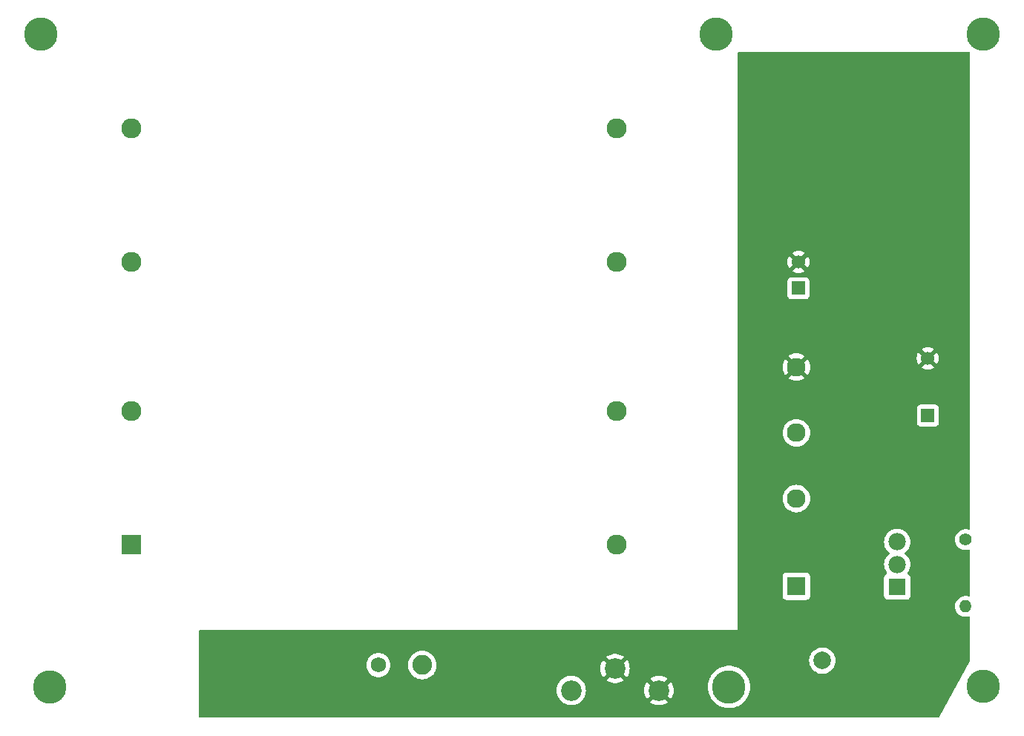
<source format=gbl>
G04 #@! TF.GenerationSoftware,KiCad,Pcbnew,8.0.3*
G04 #@! TF.CreationDate,2024-06-16T23:51:53-05:00*
G04 #@! TF.ProjectId,Linear Power Supply - Summer 2024,4c696e65-6172-4205-906f-776572205375,rev?*
G04 #@! TF.SameCoordinates,Original*
G04 #@! TF.FileFunction,Copper,L2,Bot*
G04 #@! TF.FilePolarity,Positive*
%FSLAX46Y46*%
G04 Gerber Fmt 4.6, Leading zero omitted, Abs format (unit mm)*
G04 Created by KiCad (PCBNEW 8.0.3) date 2024-06-16 23:51:53*
%MOMM*%
%LPD*%
G01*
G04 APERTURE LIST*
G04 #@! TA.AperFunction,ComponentPad*
%ADD10R,1.524000X1.524000*%
G04 #@! TD*
G04 #@! TA.AperFunction,ComponentPad*
%ADD11C,1.524000*%
G04 #@! TD*
G04 #@! TA.AperFunction,ComponentPad*
%ADD12C,1.980000*%
G04 #@! TD*
G04 #@! TA.AperFunction,ComponentPad*
%ADD13R,1.980000X1.980000*%
G04 #@! TD*
G04 #@! TA.AperFunction,ComponentPad*
%ADD14C,2.130000*%
G04 #@! TD*
G04 #@! TA.AperFunction,ComponentPad*
%ADD15R,2.130000X2.130000*%
G04 #@! TD*
G04 #@! TA.AperFunction,ComponentPad*
%ADD16C,3.800000*%
G04 #@! TD*
G04 #@! TA.AperFunction,ComponentPad*
%ADD17C,1.400000*%
G04 #@! TD*
G04 #@! TA.AperFunction,ComponentPad*
%ADD18O,1.400000X1.400000*%
G04 #@! TD*
G04 #@! TA.AperFunction,ComponentPad*
%ADD19C,2.340000*%
G04 #@! TD*
G04 #@! TA.AperFunction,ComponentPad*
%ADD20R,2.286000X2.286000*%
G04 #@! TD*
G04 #@! TA.AperFunction,ComponentPad*
%ADD21C,2.286000*%
G04 #@! TD*
G04 #@! TA.AperFunction,ViaPad*
%ADD22C,2.250000*%
G04 #@! TD*
G04 #@! TA.AperFunction,ViaPad*
%ADD23C,1.750000*%
G04 #@! TD*
G04 #@! TA.AperFunction,ViaPad*
%ADD24C,2.000000*%
G04 #@! TD*
G04 #@! TA.AperFunction,Conductor*
%ADD25C,0.200000*%
G04 #@! TD*
G04 APERTURE END LIST*
D10*
X204186000Y-100503700D03*
D11*
X204186000Y-94003700D03*
D10*
X189436000Y-86000000D03*
D11*
X189436000Y-83000000D03*
D12*
X200686000Y-114953700D03*
X200686000Y-117503700D03*
D13*
X200686000Y-120053700D03*
D14*
X189186000Y-95003700D03*
X189186000Y-102503700D03*
X189186000Y-110003700D03*
D15*
X189186000Y-120003700D03*
D16*
X104000000Y-131500000D03*
X210500000Y-57000000D03*
D17*
X208500000Y-114690000D03*
D18*
X208500000Y-122310000D03*
D19*
X173500000Y-131900000D03*
X168500000Y-129400000D03*
X163500000Y-131900000D03*
D16*
X103000000Y-57000000D03*
D20*
X113314000Y-115236300D03*
D21*
X113314000Y-99996300D03*
X113314000Y-67763700D03*
X113314000Y-83003700D03*
X168686000Y-115236300D03*
X168686000Y-99996300D03*
X168686000Y-67763700D03*
X168686000Y-83003700D03*
D16*
X181500000Y-131500000D03*
X210500000Y-131464466D03*
X180000000Y-57000000D03*
D22*
X136500000Y-129000000D03*
X146500000Y-129000000D03*
D23*
X141500000Y-129000000D03*
D22*
X151750000Y-129000000D03*
D24*
X192150000Y-128500000D03*
X201000000Y-128500000D03*
D25*
X189186000Y-120003700D02*
X188936000Y-120003700D01*
G04 #@! TA.AperFunction,Conductor*
G36*
X208943039Y-59019685D02*
G01*
X208988794Y-59072489D01*
X209000000Y-59124000D01*
X209000000Y-113415245D01*
X208980315Y-113482284D01*
X208927511Y-113528039D01*
X208858353Y-113537983D01*
X208831214Y-113530875D01*
X208829945Y-113530383D01*
X208817406Y-113528039D01*
X208611243Y-113489500D01*
X208388757Y-113489500D01*
X208170060Y-113530382D01*
X208150440Y-113537983D01*
X207962601Y-113610752D01*
X207962595Y-113610754D01*
X207773439Y-113727874D01*
X207773437Y-113727876D01*
X207609020Y-113877761D01*
X207474943Y-114055308D01*
X207474938Y-114055316D01*
X207375775Y-114254461D01*
X207375769Y-114254476D01*
X207314885Y-114468462D01*
X207314884Y-114468464D01*
X207294357Y-114689999D01*
X207294357Y-114690000D01*
X207314884Y-114911535D01*
X207314885Y-114911537D01*
X207375769Y-115125523D01*
X207375775Y-115125538D01*
X207474938Y-115324683D01*
X207474943Y-115324691D01*
X207609020Y-115502238D01*
X207773437Y-115652123D01*
X207773439Y-115652125D01*
X207962595Y-115769245D01*
X207962596Y-115769245D01*
X207962599Y-115769247D01*
X208170060Y-115849618D01*
X208388757Y-115890500D01*
X208388759Y-115890500D01*
X208611241Y-115890500D01*
X208611243Y-115890500D01*
X208829940Y-115849618D01*
X208831203Y-115849128D01*
X208831847Y-115849074D01*
X208835451Y-115848049D01*
X208835651Y-115848753D01*
X208900821Y-115843263D01*
X208962564Y-115875968D01*
X208996823Y-115936862D01*
X209000000Y-115964753D01*
X209000000Y-121035245D01*
X208980315Y-121102284D01*
X208927511Y-121148039D01*
X208858353Y-121157983D01*
X208831214Y-121150875D01*
X208829945Y-121150383D01*
X208817406Y-121148039D01*
X208611243Y-121109500D01*
X208388757Y-121109500D01*
X208170060Y-121150382D01*
X208038864Y-121201207D01*
X207962601Y-121230752D01*
X207962595Y-121230754D01*
X207773439Y-121347874D01*
X207773437Y-121347876D01*
X207609020Y-121497761D01*
X207474943Y-121675308D01*
X207474938Y-121675316D01*
X207375775Y-121874461D01*
X207375769Y-121874476D01*
X207314885Y-122088462D01*
X207314884Y-122088464D01*
X207294357Y-122309999D01*
X207294357Y-122310000D01*
X207314884Y-122531535D01*
X207314885Y-122531537D01*
X207375769Y-122745523D01*
X207375775Y-122745538D01*
X207474938Y-122944683D01*
X207474943Y-122944691D01*
X207609020Y-123122238D01*
X207773437Y-123272123D01*
X207773439Y-123272125D01*
X207962595Y-123389245D01*
X207962596Y-123389245D01*
X207962599Y-123389247D01*
X208170060Y-123469618D01*
X208388757Y-123510500D01*
X208388759Y-123510500D01*
X208611241Y-123510500D01*
X208611243Y-123510500D01*
X208829940Y-123469618D01*
X208831203Y-123469128D01*
X208831847Y-123469074D01*
X208835451Y-123468049D01*
X208835651Y-123468753D01*
X208900821Y-123463263D01*
X208962564Y-123495968D01*
X208996823Y-123556862D01*
X209000000Y-123584753D01*
X209000000Y-128468738D01*
X208985178Y-128527526D01*
X205535114Y-134934788D01*
X205485999Y-134984482D01*
X205425936Y-135000000D01*
X197000000Y-135000000D01*
X138000000Y-135000000D01*
X121124000Y-135000000D01*
X121056961Y-134980315D01*
X121011206Y-134927511D01*
X121000000Y-134876000D01*
X121000000Y-131899995D01*
X161824816Y-131899995D01*
X161824816Y-131900004D01*
X161843524Y-132149663D01*
X161843525Y-132149668D01*
X161899236Y-132393755D01*
X161899238Y-132393764D01*
X161899240Y-132393769D01*
X161990711Y-132626835D01*
X162115898Y-132843665D01*
X162241981Y-133001768D01*
X162272006Y-133039418D01*
X162387418Y-133146504D01*
X162455540Y-133209712D01*
X162662408Y-133350752D01*
X162662413Y-133350754D01*
X162662414Y-133350755D01*
X162662415Y-133350756D01*
X162782218Y-133408449D01*
X162887983Y-133459383D01*
X162887984Y-133459383D01*
X162887987Y-133459385D01*
X163127236Y-133533184D01*
X163127237Y-133533184D01*
X163127240Y-133533185D01*
X163374805Y-133570499D01*
X163374810Y-133570499D01*
X163374813Y-133570500D01*
X163374814Y-133570500D01*
X163625186Y-133570500D01*
X163625187Y-133570500D01*
X163625194Y-133570499D01*
X163872759Y-133533185D01*
X163872760Y-133533184D01*
X163872764Y-133533184D01*
X164112013Y-133459385D01*
X164337592Y-133350752D01*
X164544460Y-133209712D01*
X164727997Y-133039414D01*
X164884102Y-132843665D01*
X165009289Y-132626835D01*
X165100760Y-132393769D01*
X165156474Y-132149673D01*
X165160334Y-132098164D01*
X165175184Y-131900004D01*
X165175184Y-131899995D01*
X171825317Y-131899995D01*
X171825317Y-131900004D01*
X171844021Y-132149597D01*
X171844021Y-132149599D01*
X171899714Y-132393607D01*
X171899720Y-132393626D01*
X171991163Y-132626618D01*
X172116311Y-132843381D01*
X172116318Y-132843392D01*
X172154799Y-132891645D01*
X172154800Y-132891645D01*
X172898958Y-132147487D01*
X172923978Y-132207890D01*
X172995112Y-132314351D01*
X173085649Y-132404888D01*
X173192110Y-132476022D01*
X173252511Y-132501041D01*
X172508403Y-133245148D01*
X172662658Y-133350317D01*
X172662666Y-133350322D01*
X172888167Y-133458916D01*
X172888165Y-133458916D01*
X173127346Y-133532694D01*
X173127352Y-133532696D01*
X173374843Y-133569999D01*
X173374852Y-133570000D01*
X173625148Y-133570000D01*
X173625156Y-133569999D01*
X173872647Y-133532696D01*
X173872653Y-133532694D01*
X174111833Y-133458916D01*
X174337334Y-133350322D01*
X174337344Y-133350315D01*
X174491595Y-133245148D01*
X173747489Y-132501041D01*
X173807890Y-132476022D01*
X173914351Y-132404888D01*
X174004888Y-132314351D01*
X174076022Y-132207890D01*
X174101041Y-132147488D01*
X174845197Y-132891645D01*
X174845198Y-132891644D01*
X174883690Y-132843379D01*
X175008836Y-132626618D01*
X175100279Y-132393626D01*
X175100285Y-132393607D01*
X175155978Y-132149599D01*
X175155978Y-132149597D01*
X175174683Y-131900004D01*
X175174683Y-131899995D01*
X175155978Y-131650402D01*
X175155978Y-131650400D01*
X175121649Y-131499994D01*
X179094754Y-131499994D01*
X179094754Y-131500005D01*
X179113718Y-131801446D01*
X179113719Y-131801453D01*
X179170320Y-132098164D01*
X179263659Y-132385431D01*
X179263661Y-132385436D01*
X179392265Y-132658732D01*
X179392268Y-132658738D01*
X179554111Y-132913763D01*
X179554114Y-132913767D01*
X179554115Y-132913768D01*
X179746651Y-133146504D01*
X179963694Y-133350322D01*
X179966836Y-133353272D01*
X179966846Y-133353280D01*
X180211193Y-133530808D01*
X180211198Y-133530810D01*
X180211205Y-133530816D01*
X180475896Y-133676332D01*
X180475901Y-133676334D01*
X180475903Y-133676335D01*
X180475904Y-133676336D01*
X180756734Y-133787524D01*
X180756737Y-133787525D01*
X180854259Y-133812564D01*
X181049302Y-133862642D01*
X181196039Y-133881179D01*
X181348963Y-133900499D01*
X181348969Y-133900499D01*
X181348973Y-133900500D01*
X181348975Y-133900500D01*
X181651025Y-133900500D01*
X181651027Y-133900500D01*
X181651032Y-133900499D01*
X181651036Y-133900499D01*
X181730591Y-133890448D01*
X181950698Y-133862642D01*
X182243262Y-133787525D01*
X182333011Y-133751991D01*
X182524095Y-133676336D01*
X182524096Y-133676335D01*
X182524094Y-133676335D01*
X182524104Y-133676332D01*
X182788795Y-133530816D01*
X183033162Y-133353274D01*
X183253349Y-133146504D01*
X183445885Y-132913768D01*
X183607733Y-132658736D01*
X183736341Y-132385430D01*
X183829681Y-132098160D01*
X183886280Y-131801457D01*
X183895788Y-131650331D01*
X183905246Y-131500005D01*
X183905246Y-131499994D01*
X183886281Y-131198553D01*
X183886280Y-131198546D01*
X183886280Y-131198543D01*
X183829681Y-130901840D01*
X183736341Y-130614570D01*
X183734403Y-130610452D01*
X183660222Y-130452809D01*
X183607733Y-130341264D01*
X183489822Y-130155466D01*
X183445888Y-130086236D01*
X183445885Y-130086232D01*
X183253349Y-129853496D01*
X183033162Y-129646726D01*
X183033159Y-129646724D01*
X183033153Y-129646719D01*
X182788806Y-129469191D01*
X182788799Y-129469186D01*
X182788795Y-129469184D01*
X182524104Y-129323668D01*
X182524101Y-129323666D01*
X182524096Y-129323664D01*
X182524095Y-129323663D01*
X182243265Y-129212475D01*
X182243262Y-129212474D01*
X181950695Y-129137357D01*
X181651036Y-129099500D01*
X181651027Y-129099500D01*
X181348973Y-129099500D01*
X181348963Y-129099500D01*
X181049304Y-129137357D01*
X180756737Y-129212474D01*
X180756734Y-129212475D01*
X180475904Y-129323663D01*
X180475903Y-129323664D01*
X180211205Y-129469184D01*
X180211193Y-129469191D01*
X179966846Y-129646719D01*
X179966836Y-129646727D01*
X179746652Y-129853494D01*
X179554111Y-130086236D01*
X179392268Y-130341261D01*
X179392265Y-130341267D01*
X179263661Y-130614563D01*
X179263659Y-130614568D01*
X179170320Y-130901835D01*
X179113719Y-131198546D01*
X179113718Y-131198553D01*
X179094754Y-131499994D01*
X175121649Y-131499994D01*
X175100285Y-131406392D01*
X175100279Y-131406373D01*
X175008836Y-131173381D01*
X174883688Y-130956618D01*
X174883681Y-130956607D01*
X174845199Y-130908354D01*
X174845198Y-130908353D01*
X174101041Y-131652510D01*
X174076022Y-131592110D01*
X174004888Y-131485649D01*
X173914351Y-131395112D01*
X173807890Y-131323978D01*
X173747488Y-131298958D01*
X174491595Y-130554850D01*
X174337335Y-130449678D01*
X174337334Y-130449677D01*
X174111832Y-130341083D01*
X174111834Y-130341083D01*
X173872653Y-130267305D01*
X173872647Y-130267303D01*
X173625156Y-130230000D01*
X173374843Y-130230000D01*
X173127352Y-130267303D01*
X173127346Y-130267305D01*
X172888166Y-130341083D01*
X172662664Y-130449679D01*
X172662651Y-130449686D01*
X172508403Y-130554849D01*
X173252512Y-131298958D01*
X173192110Y-131323978D01*
X173085649Y-131395112D01*
X172995112Y-131485649D01*
X172923978Y-131592110D01*
X172898958Y-131652512D01*
X172154800Y-130908354D01*
X172116311Y-130956617D01*
X171991163Y-131173381D01*
X171899720Y-131406373D01*
X171899714Y-131406392D01*
X171844021Y-131650400D01*
X171844021Y-131650402D01*
X171825317Y-131899995D01*
X165175184Y-131899995D01*
X165156475Y-131650336D01*
X165156474Y-131650331D01*
X165156474Y-131650327D01*
X165100760Y-131406231D01*
X165009289Y-131173165D01*
X164884102Y-130956335D01*
X164727997Y-130760586D01*
X164727996Y-130760585D01*
X164727993Y-130760581D01*
X164544460Y-130590288D01*
X164486424Y-130550720D01*
X164337592Y-130449248D01*
X164337588Y-130449246D01*
X164337585Y-130449244D01*
X164337584Y-130449243D01*
X164119034Y-130343996D01*
X164112015Y-130340616D01*
X164112017Y-130340616D01*
X163872765Y-130266816D01*
X163872759Y-130266814D01*
X163625194Y-130229500D01*
X163625187Y-130229500D01*
X163374813Y-130229500D01*
X163374805Y-130229500D01*
X163127240Y-130266814D01*
X163127234Y-130266816D01*
X162887983Y-130340616D01*
X162662415Y-130449243D01*
X162662414Y-130449244D01*
X162455539Y-130590288D01*
X162272006Y-130760581D01*
X162115898Y-130956335D01*
X161990711Y-131173164D01*
X161899242Y-131406225D01*
X161899236Y-131406244D01*
X161843525Y-131650331D01*
X161843524Y-131650336D01*
X161824816Y-131899995D01*
X121000000Y-131899995D01*
X121000000Y-128999993D01*
X140119786Y-128999993D01*
X140119786Y-129000006D01*
X140138608Y-129227168D01*
X140138610Y-129227179D01*
X140194569Y-129448155D01*
X140286137Y-129656908D01*
X140410814Y-129847742D01*
X140565208Y-130015458D01*
X140565212Y-130015461D01*
X140656144Y-130086236D01*
X140745094Y-130155469D01*
X140745096Y-130155470D01*
X140745099Y-130155472D01*
X140861646Y-130218543D01*
X140945574Y-130263963D01*
X141057529Y-130302397D01*
X141161173Y-130337979D01*
X141161175Y-130337979D01*
X141161177Y-130337980D01*
X141386023Y-130375500D01*
X141386024Y-130375500D01*
X141613976Y-130375500D01*
X141613977Y-130375500D01*
X141838823Y-130337980D01*
X142054426Y-130263963D01*
X142254906Y-130155469D01*
X142434794Y-130015456D01*
X142589183Y-129847745D01*
X142713862Y-129656909D01*
X142805430Y-129448155D01*
X142861390Y-129227176D01*
X142862608Y-129212475D01*
X142880214Y-129000006D01*
X142880214Y-129000000D01*
X144869474Y-129000000D01*
X144889547Y-129255064D01*
X144889547Y-129255067D01*
X144889548Y-129255070D01*
X144924342Y-129399995D01*
X144949279Y-129503864D01*
X145047188Y-129740239D01*
X145047190Y-129740242D01*
X145180875Y-129958396D01*
X145180878Y-129958401D01*
X145229608Y-130015456D01*
X145347044Y-130152956D01*
X145436666Y-130229500D01*
X145541598Y-130319121D01*
X145541600Y-130319122D01*
X145541601Y-130319123D01*
X145633600Y-130375500D01*
X145759757Y-130452809D01*
X145759760Y-130452811D01*
X145996135Y-130550720D01*
X145996140Y-130550722D01*
X146244930Y-130610452D01*
X146500000Y-130630526D01*
X146755070Y-130610452D01*
X147003860Y-130550722D01*
X147122051Y-130501765D01*
X147240239Y-130452811D01*
X147240240Y-130452810D01*
X147240243Y-130452809D01*
X147458399Y-130319123D01*
X147652956Y-130152956D01*
X147819123Y-129958399D01*
X147952809Y-129740243D01*
X147987328Y-129656908D01*
X148050720Y-129503864D01*
X148050722Y-129503860D01*
X148075658Y-129399995D01*
X166825317Y-129399995D01*
X166825317Y-129400004D01*
X166844021Y-129649597D01*
X166844021Y-129649599D01*
X166899714Y-129893607D01*
X166899720Y-129893626D01*
X166991163Y-130126618D01*
X167116311Y-130343381D01*
X167116318Y-130343392D01*
X167154799Y-130391645D01*
X167154800Y-130391645D01*
X167898958Y-129647487D01*
X167923978Y-129707890D01*
X167995112Y-129814351D01*
X168085649Y-129904888D01*
X168192110Y-129976022D01*
X168252511Y-130001041D01*
X167508403Y-130745148D01*
X167662658Y-130850317D01*
X167662666Y-130850322D01*
X167888167Y-130958916D01*
X167888165Y-130958916D01*
X168127346Y-131032694D01*
X168127352Y-131032696D01*
X168374843Y-131069999D01*
X168374852Y-131070000D01*
X168625148Y-131070000D01*
X168625156Y-131069999D01*
X168872647Y-131032696D01*
X168872653Y-131032694D01*
X169111833Y-130958916D01*
X169337334Y-130850322D01*
X169337344Y-130850315D01*
X169491595Y-130745148D01*
X168747489Y-130001041D01*
X168807890Y-129976022D01*
X168914351Y-129904888D01*
X169004888Y-129814351D01*
X169076022Y-129707890D01*
X169101041Y-129647488D01*
X169845197Y-130391645D01*
X169845198Y-130391644D01*
X169883690Y-130343379D01*
X170008836Y-130126618D01*
X170100279Y-129893626D01*
X170100285Y-129893607D01*
X170155978Y-129649599D01*
X170155978Y-129649597D01*
X170174683Y-129400004D01*
X170174683Y-129399995D01*
X170155978Y-129150402D01*
X170155978Y-129150400D01*
X170100285Y-128906392D01*
X170100279Y-128906373D01*
X170008836Y-128673381D01*
X169908731Y-128499994D01*
X190644357Y-128499994D01*
X190644357Y-128500005D01*
X190664890Y-128747812D01*
X190664892Y-128747824D01*
X190725936Y-128988881D01*
X190825826Y-129216606D01*
X190961833Y-129424782D01*
X190961836Y-129424785D01*
X191130256Y-129607738D01*
X191326491Y-129760474D01*
X191326493Y-129760475D01*
X191498380Y-129853496D01*
X191545190Y-129878828D01*
X191780386Y-129959571D01*
X192025665Y-130000500D01*
X192274335Y-130000500D01*
X192519614Y-129959571D01*
X192754810Y-129878828D01*
X192973509Y-129760474D01*
X193169744Y-129607738D01*
X193338164Y-129424785D01*
X193474173Y-129216607D01*
X193574063Y-128988881D01*
X193635108Y-128747821D01*
X193635348Y-128744930D01*
X193655643Y-128500005D01*
X193655643Y-128499994D01*
X193635109Y-128252187D01*
X193635107Y-128252175D01*
X193574063Y-128011118D01*
X193474173Y-127783393D01*
X193338166Y-127575217D01*
X193312363Y-127547188D01*
X193169744Y-127392262D01*
X192973509Y-127239526D01*
X192973507Y-127239525D01*
X192973506Y-127239524D01*
X192754811Y-127121172D01*
X192754802Y-127121169D01*
X192519616Y-127040429D01*
X192274335Y-126999500D01*
X192025665Y-126999500D01*
X191780383Y-127040429D01*
X191545197Y-127121169D01*
X191545188Y-127121172D01*
X191326493Y-127239524D01*
X191130257Y-127392261D01*
X190961833Y-127575217D01*
X190825826Y-127783393D01*
X190725936Y-128011118D01*
X190664892Y-128252175D01*
X190664890Y-128252187D01*
X190644357Y-128499994D01*
X169908731Y-128499994D01*
X169883688Y-128456618D01*
X169883681Y-128456607D01*
X169845199Y-128408354D01*
X169845198Y-128408353D01*
X169101041Y-129152510D01*
X169076022Y-129092110D01*
X169004888Y-128985649D01*
X168914351Y-128895112D01*
X168807890Y-128823978D01*
X168747488Y-128798958D01*
X169491595Y-128054850D01*
X169337335Y-127949678D01*
X169337334Y-127949677D01*
X169111832Y-127841083D01*
X169111834Y-127841083D01*
X168872653Y-127767305D01*
X168872647Y-127767303D01*
X168625156Y-127730000D01*
X168374843Y-127730000D01*
X168127352Y-127767303D01*
X168127346Y-127767305D01*
X167888166Y-127841083D01*
X167662664Y-127949679D01*
X167662651Y-127949686D01*
X167508403Y-128054849D01*
X168252512Y-128798958D01*
X168192110Y-128823978D01*
X168085649Y-128895112D01*
X167995112Y-128985649D01*
X167923978Y-129092110D01*
X167898958Y-129152512D01*
X167154800Y-128408354D01*
X167116311Y-128456617D01*
X166991163Y-128673381D01*
X166899720Y-128906373D01*
X166899714Y-128906392D01*
X166844021Y-129150400D01*
X166844021Y-129150402D01*
X166825317Y-129399995D01*
X148075658Y-129399995D01*
X148110452Y-129255070D01*
X148130526Y-129000000D01*
X148110452Y-128744930D01*
X148050722Y-128496140D01*
X148039372Y-128468738D01*
X147952811Y-128259760D01*
X147952809Y-128259757D01*
X147819124Y-128041603D01*
X147819121Y-128041598D01*
X147740614Y-127949679D01*
X147652956Y-127847044D01*
X147515915Y-127730000D01*
X147458401Y-127680878D01*
X147458396Y-127680875D01*
X147240242Y-127547190D01*
X147240239Y-127547188D01*
X147003864Y-127449279D01*
X147003860Y-127449278D01*
X146755070Y-127389548D01*
X146755067Y-127389547D01*
X146755064Y-127389547D01*
X146500000Y-127369474D01*
X146244935Y-127389547D01*
X146244931Y-127389547D01*
X146244930Y-127389548D01*
X146233630Y-127392261D01*
X145996135Y-127449279D01*
X145759760Y-127547188D01*
X145759757Y-127547190D01*
X145541603Y-127680875D01*
X145541598Y-127680878D01*
X145347044Y-127847044D01*
X145180878Y-128041598D01*
X145180875Y-128041603D01*
X145047190Y-128259757D01*
X145047188Y-128259760D01*
X144949279Y-128496135D01*
X144889547Y-128744935D01*
X144869474Y-129000000D01*
X142880214Y-129000000D01*
X142880214Y-128999993D01*
X142861391Y-128772831D01*
X142861389Y-128772820D01*
X142805430Y-128551844D01*
X142713862Y-128343091D01*
X142589185Y-128152257D01*
X142499514Y-128054849D01*
X142434794Y-127984544D01*
X142434793Y-127984543D01*
X142434791Y-127984541D01*
X142434787Y-127984538D01*
X142254909Y-127844533D01*
X142254900Y-127844527D01*
X142054432Y-127736040D01*
X142054429Y-127736039D01*
X142054426Y-127736037D01*
X142054420Y-127736035D01*
X142054418Y-127736034D01*
X141838826Y-127662020D01*
X141670188Y-127633880D01*
X141613977Y-127624500D01*
X141386023Y-127624500D01*
X141341053Y-127632004D01*
X141161173Y-127662020D01*
X140945581Y-127736034D01*
X140945567Y-127736040D01*
X140745099Y-127844527D01*
X140745090Y-127844533D01*
X140565212Y-127984538D01*
X140565208Y-127984541D01*
X140410814Y-128152257D01*
X140286137Y-128343091D01*
X140194569Y-128551844D01*
X140138610Y-128772820D01*
X140138608Y-128772831D01*
X140119786Y-128999993D01*
X121000000Y-128999993D01*
X121000000Y-125124000D01*
X121019685Y-125056961D01*
X121072489Y-125011206D01*
X121124000Y-125000000D01*
X182500000Y-125000000D01*
X182500000Y-118890835D01*
X187620500Y-118890835D01*
X187620500Y-121116570D01*
X187620501Y-121116576D01*
X187626908Y-121176183D01*
X187677202Y-121311028D01*
X187677206Y-121311035D01*
X187763452Y-121426244D01*
X187763455Y-121426247D01*
X187878664Y-121512493D01*
X187878671Y-121512497D01*
X188013517Y-121562791D01*
X188013516Y-121562791D01*
X188020444Y-121563535D01*
X188073127Y-121569200D01*
X190298872Y-121569199D01*
X190358483Y-121562791D01*
X190493331Y-121512496D01*
X190608546Y-121426246D01*
X190694796Y-121311031D01*
X190745091Y-121176183D01*
X190751500Y-121116573D01*
X190751499Y-118890828D01*
X190745091Y-118831217D01*
X190694796Y-118696369D01*
X190694795Y-118696368D01*
X190694793Y-118696364D01*
X190608547Y-118581155D01*
X190608544Y-118581152D01*
X190493335Y-118494906D01*
X190493328Y-118494902D01*
X190358482Y-118444608D01*
X190358483Y-118444608D01*
X190298883Y-118438201D01*
X190298881Y-118438200D01*
X190298873Y-118438200D01*
X190298864Y-118438200D01*
X188073129Y-118438200D01*
X188073123Y-118438201D01*
X188013516Y-118444608D01*
X187878671Y-118494902D01*
X187878664Y-118494906D01*
X187763455Y-118581152D01*
X187763452Y-118581155D01*
X187677206Y-118696364D01*
X187677202Y-118696371D01*
X187626908Y-118831217D01*
X187620501Y-118890816D01*
X187620501Y-118890823D01*
X187620500Y-118890835D01*
X182500000Y-118890835D01*
X182500000Y-114953694D01*
X199190392Y-114953694D01*
X199190392Y-114953705D01*
X199210789Y-115199865D01*
X199271428Y-115439323D01*
X199364771Y-115652125D01*
X199370652Y-115665531D01*
X199438412Y-115769245D01*
X199490921Y-115849617D01*
X199505755Y-115872321D01*
X199673052Y-116054055D01*
X199722123Y-116092248D01*
X199771714Y-116130847D01*
X199812527Y-116187557D01*
X199816201Y-116257330D01*
X199781569Y-116318013D01*
X199771714Y-116326553D01*
X199673054Y-116403343D01*
X199505752Y-116585082D01*
X199370650Y-116791872D01*
X199271428Y-117018076D01*
X199210789Y-117257534D01*
X199190392Y-117503694D01*
X199190392Y-117503705D01*
X199210789Y-117749865D01*
X199210789Y-117749868D01*
X199210790Y-117749869D01*
X199271428Y-117989323D01*
X199370652Y-118215531D01*
X199505755Y-118422321D01*
X199505757Y-118422323D01*
X199505759Y-118422326D01*
X199508898Y-118426359D01*
X199507121Y-118427742D01*
X199533843Y-118481923D01*
X199525964Y-118551347D01*
X199481802Y-118605490D01*
X199455023Y-118619398D01*
X199453674Y-118619900D01*
X199453664Y-118619906D01*
X199338455Y-118706152D01*
X199338452Y-118706155D01*
X199252206Y-118821364D01*
X199252202Y-118821371D01*
X199201908Y-118956217D01*
X199195501Y-119015816D01*
X199195501Y-119015823D01*
X199195500Y-119015835D01*
X199195500Y-121091570D01*
X199195501Y-121091576D01*
X199201908Y-121151183D01*
X199252202Y-121286028D01*
X199252206Y-121286035D01*
X199338452Y-121401244D01*
X199338455Y-121401247D01*
X199453664Y-121487493D01*
X199453671Y-121487497D01*
X199588517Y-121537791D01*
X199588516Y-121537791D01*
X199595444Y-121538535D01*
X199648127Y-121544200D01*
X201723872Y-121544199D01*
X201783483Y-121537791D01*
X201918331Y-121487496D01*
X202033546Y-121401246D01*
X202119796Y-121286031D01*
X202170091Y-121151183D01*
X202176500Y-121091573D01*
X202176499Y-119015828D01*
X202170091Y-118956217D01*
X202119796Y-118821369D01*
X202119795Y-118821368D01*
X202119793Y-118821364D01*
X202033547Y-118706155D01*
X202033544Y-118706152D01*
X201918335Y-118619906D01*
X201918325Y-118619900D01*
X201916977Y-118619398D01*
X201915825Y-118618535D01*
X201910546Y-118615653D01*
X201910960Y-118614893D01*
X201861045Y-118577525D01*
X201836631Y-118512060D01*
X201851485Y-118443787D01*
X201863657Y-118426814D01*
X201863091Y-118426373D01*
X201866240Y-118422326D01*
X201866245Y-118422321D01*
X202001348Y-118215531D01*
X202100572Y-117989323D01*
X202161210Y-117749869D01*
X202181608Y-117503700D01*
X202161210Y-117257531D01*
X202100572Y-117018077D01*
X202001348Y-116791869D01*
X201866245Y-116585079D01*
X201698948Y-116403345D01*
X201600285Y-116326553D01*
X201559473Y-116269843D01*
X201555798Y-116200070D01*
X201590429Y-116139387D01*
X201600285Y-116130847D01*
X201698948Y-116054055D01*
X201866245Y-115872321D01*
X202001348Y-115665531D01*
X202100572Y-115439323D01*
X202161210Y-115199869D01*
X202181608Y-114953700D01*
X202178114Y-114911537D01*
X202168009Y-114789587D01*
X202161210Y-114707531D01*
X202100572Y-114468077D01*
X202001348Y-114241869D01*
X201866245Y-114035079D01*
X201698948Y-113853345D01*
X201698943Y-113853341D01*
X201698941Y-113853339D01*
X201504028Y-113701632D01*
X201504022Y-113701628D01*
X201286780Y-113584062D01*
X201286771Y-113584059D01*
X201053153Y-113503857D01*
X200870417Y-113473364D01*
X200809506Y-113463200D01*
X200562494Y-113463200D01*
X200513765Y-113471331D01*
X200318846Y-113503857D01*
X200085228Y-113584059D01*
X200085219Y-113584062D01*
X199867977Y-113701628D01*
X199867971Y-113701632D01*
X199673058Y-113853339D01*
X199673055Y-113853342D01*
X199505752Y-114035082D01*
X199370650Y-114241872D01*
X199271428Y-114468076D01*
X199210789Y-114707534D01*
X199190392Y-114953694D01*
X182500000Y-114953694D01*
X182500000Y-110003700D01*
X187615659Y-110003700D01*
X187634993Y-110249358D01*
X187692517Y-110488964D01*
X187786815Y-110716620D01*
X187915563Y-110926718D01*
X187915564Y-110926720D01*
X187915567Y-110926723D01*
X188075601Y-111114099D01*
X188220648Y-111237980D01*
X188262979Y-111274135D01*
X188262981Y-111274136D01*
X188473079Y-111402884D01*
X188700735Y-111497182D01*
X188700736Y-111497182D01*
X188700738Y-111497183D01*
X188940345Y-111554707D01*
X189186000Y-111574041D01*
X189431655Y-111554707D01*
X189671262Y-111497183D01*
X189898920Y-111402884D01*
X190109023Y-111274133D01*
X190296399Y-111114099D01*
X190456433Y-110926723D01*
X190585184Y-110716620D01*
X190679483Y-110488962D01*
X190737007Y-110249355D01*
X190756341Y-110003700D01*
X190737007Y-109758045D01*
X190679483Y-109518438D01*
X190585184Y-109290780D01*
X190585184Y-109290779D01*
X190456436Y-109080681D01*
X190456435Y-109080679D01*
X190420280Y-109038348D01*
X190296399Y-108893301D01*
X190172516Y-108787495D01*
X190109020Y-108733264D01*
X190109018Y-108733263D01*
X189898920Y-108604515D01*
X189671264Y-108510217D01*
X189431658Y-108452693D01*
X189186000Y-108433359D01*
X188940341Y-108452693D01*
X188700735Y-108510217D01*
X188473079Y-108604515D01*
X188262981Y-108733263D01*
X188262979Y-108733264D01*
X188075601Y-108893301D01*
X187915564Y-109080679D01*
X187915563Y-109080681D01*
X187786815Y-109290779D01*
X187692517Y-109518435D01*
X187634993Y-109758041D01*
X187615659Y-110003700D01*
X182500000Y-110003700D01*
X182500000Y-102503700D01*
X187615659Y-102503700D01*
X187634993Y-102749358D01*
X187692517Y-102988964D01*
X187786815Y-103216620D01*
X187915563Y-103426718D01*
X187915564Y-103426720D01*
X187915567Y-103426723D01*
X188075601Y-103614099D01*
X188220648Y-103737980D01*
X188262979Y-103774135D01*
X188262981Y-103774136D01*
X188473079Y-103902884D01*
X188700735Y-103997182D01*
X188700736Y-103997182D01*
X188700738Y-103997183D01*
X188940345Y-104054707D01*
X189186000Y-104074041D01*
X189431655Y-104054707D01*
X189671262Y-103997183D01*
X189898920Y-103902884D01*
X190109023Y-103774133D01*
X190296399Y-103614099D01*
X190456433Y-103426723D01*
X190585184Y-103216620D01*
X190679483Y-102988962D01*
X190737007Y-102749355D01*
X190756341Y-102503700D01*
X190737007Y-102258045D01*
X190679483Y-102018438D01*
X190585184Y-101790780D01*
X190585184Y-101790779D01*
X190456436Y-101580681D01*
X190456435Y-101580679D01*
X190394391Y-101508035D01*
X190296399Y-101393301D01*
X190172516Y-101287495D01*
X190109020Y-101233264D01*
X190109018Y-101233263D01*
X189898920Y-101104515D01*
X189671264Y-101010217D01*
X189431658Y-100952693D01*
X189186000Y-100933359D01*
X188940341Y-100952693D01*
X188700735Y-101010217D01*
X188473079Y-101104515D01*
X188262981Y-101233263D01*
X188262979Y-101233264D01*
X188075601Y-101393301D01*
X187915564Y-101580679D01*
X187915563Y-101580681D01*
X187786815Y-101790779D01*
X187692517Y-102018435D01*
X187634993Y-102258041D01*
X187615659Y-102503700D01*
X182500000Y-102503700D01*
X182500000Y-99693835D01*
X202923500Y-99693835D01*
X202923500Y-101313570D01*
X202923501Y-101313576D01*
X202929908Y-101373183D01*
X202980202Y-101508028D01*
X202980206Y-101508035D01*
X203066452Y-101623244D01*
X203066455Y-101623247D01*
X203181664Y-101709493D01*
X203181671Y-101709497D01*
X203316517Y-101759791D01*
X203316516Y-101759791D01*
X203323444Y-101760535D01*
X203376127Y-101766200D01*
X204995872Y-101766199D01*
X205055483Y-101759791D01*
X205190331Y-101709496D01*
X205305546Y-101623246D01*
X205391796Y-101508031D01*
X205442091Y-101373183D01*
X205448500Y-101313573D01*
X205448499Y-99693828D01*
X205442091Y-99634217D01*
X205391796Y-99499369D01*
X205391795Y-99499368D01*
X205391793Y-99499364D01*
X205305547Y-99384155D01*
X205305544Y-99384152D01*
X205190335Y-99297906D01*
X205190328Y-99297902D01*
X205055482Y-99247608D01*
X205055483Y-99247608D01*
X204995883Y-99241201D01*
X204995881Y-99241200D01*
X204995873Y-99241200D01*
X204995864Y-99241200D01*
X203376129Y-99241200D01*
X203376123Y-99241201D01*
X203316516Y-99247608D01*
X203181671Y-99297902D01*
X203181664Y-99297906D01*
X203066455Y-99384152D01*
X203066452Y-99384155D01*
X202980206Y-99499364D01*
X202980202Y-99499371D01*
X202929908Y-99634217D01*
X202923501Y-99693816D01*
X202923501Y-99693823D01*
X202923500Y-99693835D01*
X182500000Y-99693835D01*
X182500000Y-95003700D01*
X187616161Y-95003700D01*
X187635487Y-95249274D01*
X187692992Y-95488802D01*
X187787262Y-95716392D01*
X187913597Y-95922549D01*
X188539036Y-95297110D01*
X188556807Y-95340011D01*
X188634507Y-95456298D01*
X188733402Y-95555193D01*
X188849689Y-95632893D01*
X188892589Y-95650662D01*
X188267149Y-96276101D01*
X188267149Y-96276102D01*
X188473307Y-96402437D01*
X188700897Y-96496707D01*
X188940426Y-96554212D01*
X188940425Y-96554212D01*
X189186000Y-96573538D01*
X189431574Y-96554212D01*
X189671102Y-96496707D01*
X189898689Y-96402438D01*
X190104849Y-96276101D01*
X189479410Y-95650663D01*
X189522311Y-95632893D01*
X189638598Y-95555193D01*
X189737493Y-95456298D01*
X189815193Y-95340011D01*
X189832963Y-95297110D01*
X190458401Y-95922549D01*
X190584738Y-95716389D01*
X190679007Y-95488802D01*
X190736512Y-95249274D01*
X190755838Y-95003700D01*
X190736512Y-94758125D01*
X190679007Y-94518597D01*
X190584737Y-94291007D01*
X190458401Y-94084849D01*
X189832962Y-94710288D01*
X189815193Y-94667389D01*
X189737493Y-94551102D01*
X189638598Y-94452207D01*
X189522311Y-94374507D01*
X189479410Y-94356736D01*
X189832447Y-94003699D01*
X202919179Y-94003699D01*
X202919179Y-94003700D01*
X202938424Y-94223676D01*
X202938426Y-94223686D01*
X202995575Y-94436970D01*
X202995580Y-94436984D01*
X203088898Y-94637105D01*
X203088901Y-94637111D01*
X203134258Y-94701887D01*
X203134259Y-94701888D01*
X203764274Y-94071872D01*
X203789963Y-94167744D01*
X203845916Y-94264656D01*
X203925044Y-94343784D01*
X204021956Y-94399737D01*
X204117827Y-94425425D01*
X203487810Y-95055440D01*
X203552590Y-95100799D01*
X203552592Y-95100800D01*
X203752715Y-95194119D01*
X203752729Y-95194124D01*
X203966013Y-95251273D01*
X203966023Y-95251275D01*
X204185999Y-95270521D01*
X204186001Y-95270521D01*
X204405976Y-95251275D01*
X204405986Y-95251273D01*
X204619270Y-95194124D01*
X204619284Y-95194119D01*
X204819407Y-95100800D01*
X204819417Y-95100794D01*
X204884188Y-95055441D01*
X204254173Y-94425425D01*
X204350044Y-94399737D01*
X204446956Y-94343784D01*
X204526084Y-94264656D01*
X204582037Y-94167744D01*
X204607725Y-94071872D01*
X205237741Y-94701888D01*
X205283094Y-94637117D01*
X205283100Y-94637107D01*
X205376419Y-94436984D01*
X205376424Y-94436970D01*
X205433573Y-94223686D01*
X205433575Y-94223676D01*
X205452821Y-94003700D01*
X205452821Y-94003699D01*
X205433575Y-93783723D01*
X205433573Y-93783713D01*
X205376424Y-93570429D01*
X205376420Y-93570420D01*
X205283096Y-93370286D01*
X205237741Y-93305511D01*
X205237740Y-93305510D01*
X204607725Y-93935526D01*
X204582037Y-93839656D01*
X204526084Y-93742744D01*
X204446956Y-93663616D01*
X204350044Y-93607663D01*
X204254173Y-93581974D01*
X204884188Y-92951959D01*
X204884187Y-92951958D01*
X204819411Y-92906601D01*
X204819405Y-92906598D01*
X204619284Y-92813280D01*
X204619270Y-92813275D01*
X204405986Y-92756126D01*
X204405976Y-92756124D01*
X204186001Y-92736879D01*
X204185999Y-92736879D01*
X203966023Y-92756124D01*
X203966013Y-92756126D01*
X203752729Y-92813275D01*
X203752720Y-92813279D01*
X203552590Y-92906601D01*
X203487811Y-92951958D01*
X204117827Y-93581974D01*
X204021956Y-93607663D01*
X203925044Y-93663616D01*
X203845916Y-93742744D01*
X203789963Y-93839656D01*
X203764274Y-93935527D01*
X203134258Y-93305511D01*
X203088901Y-93370290D01*
X202995579Y-93570420D01*
X202995575Y-93570429D01*
X202938426Y-93783713D01*
X202938424Y-93783723D01*
X202919179Y-94003699D01*
X189832447Y-94003699D01*
X190104849Y-93731297D01*
X190104849Y-93731296D01*
X189898692Y-93604962D01*
X189671102Y-93510692D01*
X189431573Y-93453187D01*
X189431574Y-93453187D01*
X189186000Y-93433861D01*
X188940425Y-93453187D01*
X188700897Y-93510692D01*
X188473307Y-93604962D01*
X188267149Y-93731297D01*
X188892589Y-94356736D01*
X188849689Y-94374507D01*
X188733402Y-94452207D01*
X188634507Y-94551102D01*
X188556807Y-94667389D01*
X188539037Y-94710289D01*
X187913597Y-94084849D01*
X187787262Y-94291007D01*
X187692992Y-94518597D01*
X187635487Y-94758125D01*
X187616161Y-95003700D01*
X182500000Y-95003700D01*
X182500000Y-85190135D01*
X188173500Y-85190135D01*
X188173500Y-86809870D01*
X188173501Y-86809876D01*
X188179908Y-86869483D01*
X188230202Y-87004328D01*
X188230206Y-87004335D01*
X188316452Y-87119544D01*
X188316455Y-87119547D01*
X188431664Y-87205793D01*
X188431671Y-87205797D01*
X188566517Y-87256091D01*
X188566516Y-87256091D01*
X188573444Y-87256835D01*
X188626127Y-87262500D01*
X190245872Y-87262499D01*
X190305483Y-87256091D01*
X190440331Y-87205796D01*
X190555546Y-87119546D01*
X190641796Y-87004331D01*
X190692091Y-86869483D01*
X190698500Y-86809873D01*
X190698499Y-85190128D01*
X190692091Y-85130517D01*
X190641796Y-84995669D01*
X190641795Y-84995668D01*
X190641793Y-84995664D01*
X190555547Y-84880455D01*
X190555544Y-84880452D01*
X190440335Y-84794206D01*
X190440328Y-84794202D01*
X190305482Y-84743908D01*
X190305483Y-84743908D01*
X190245883Y-84737501D01*
X190245881Y-84737500D01*
X190245873Y-84737500D01*
X190245864Y-84737500D01*
X188626129Y-84737500D01*
X188626123Y-84737501D01*
X188566516Y-84743908D01*
X188431671Y-84794202D01*
X188431664Y-84794206D01*
X188316455Y-84880452D01*
X188316452Y-84880455D01*
X188230206Y-84995664D01*
X188230202Y-84995671D01*
X188179908Y-85130517D01*
X188173501Y-85190116D01*
X188173501Y-85190123D01*
X188173500Y-85190135D01*
X182500000Y-85190135D01*
X182500000Y-82999999D01*
X188169179Y-82999999D01*
X188169179Y-83000000D01*
X188188424Y-83219976D01*
X188188426Y-83219986D01*
X188245575Y-83433270D01*
X188245580Y-83433284D01*
X188338898Y-83633405D01*
X188338901Y-83633411D01*
X188384258Y-83698187D01*
X188384259Y-83698188D01*
X189055000Y-83027447D01*
X189055000Y-83050160D01*
X189080964Y-83147061D01*
X189131124Y-83233940D01*
X189202060Y-83304876D01*
X189288939Y-83355036D01*
X189385840Y-83381000D01*
X189408553Y-83381000D01*
X188737810Y-84051740D01*
X188802590Y-84097099D01*
X188802592Y-84097100D01*
X189002715Y-84190419D01*
X189002729Y-84190424D01*
X189216013Y-84247573D01*
X189216023Y-84247575D01*
X189435999Y-84266821D01*
X189436001Y-84266821D01*
X189655976Y-84247575D01*
X189655986Y-84247573D01*
X189869270Y-84190424D01*
X189869284Y-84190419D01*
X190069407Y-84097100D01*
X190069417Y-84097094D01*
X190134188Y-84051741D01*
X189463448Y-83381000D01*
X189486160Y-83381000D01*
X189583061Y-83355036D01*
X189669940Y-83304876D01*
X189740876Y-83233940D01*
X189791036Y-83147061D01*
X189817000Y-83050160D01*
X189817000Y-83027447D01*
X190487741Y-83698188D01*
X190533094Y-83633417D01*
X190533100Y-83633407D01*
X190626419Y-83433284D01*
X190626424Y-83433270D01*
X190683573Y-83219986D01*
X190683575Y-83219976D01*
X190702821Y-83000000D01*
X190702821Y-82999999D01*
X190683575Y-82780023D01*
X190683573Y-82780013D01*
X190626424Y-82566729D01*
X190626420Y-82566720D01*
X190533096Y-82366586D01*
X190487741Y-82301811D01*
X190487740Y-82301810D01*
X189817000Y-82972551D01*
X189817000Y-82949840D01*
X189791036Y-82852939D01*
X189740876Y-82766060D01*
X189669940Y-82695124D01*
X189583061Y-82644964D01*
X189486160Y-82619000D01*
X189463448Y-82619000D01*
X190134188Y-81948259D01*
X190134187Y-81948258D01*
X190069411Y-81902901D01*
X190069405Y-81902898D01*
X189869284Y-81809580D01*
X189869270Y-81809575D01*
X189655986Y-81752426D01*
X189655976Y-81752424D01*
X189436001Y-81733179D01*
X189435999Y-81733179D01*
X189216023Y-81752424D01*
X189216013Y-81752426D01*
X189002729Y-81809575D01*
X189002720Y-81809579D01*
X188802590Y-81902901D01*
X188737811Y-81948258D01*
X189408553Y-82619000D01*
X189385840Y-82619000D01*
X189288939Y-82644964D01*
X189202060Y-82695124D01*
X189131124Y-82766060D01*
X189080964Y-82852939D01*
X189055000Y-82949840D01*
X189055000Y-82972553D01*
X188384258Y-82301811D01*
X188338901Y-82366590D01*
X188245579Y-82566720D01*
X188245575Y-82566729D01*
X188188426Y-82780013D01*
X188188424Y-82780023D01*
X188169179Y-82999999D01*
X182500000Y-82999999D01*
X182500000Y-59124000D01*
X182519685Y-59056961D01*
X182572489Y-59011206D01*
X182624000Y-59000000D01*
X208876000Y-59000000D01*
X208943039Y-59019685D01*
G37*
G04 #@! TD.AperFunction*
M02*

</source>
